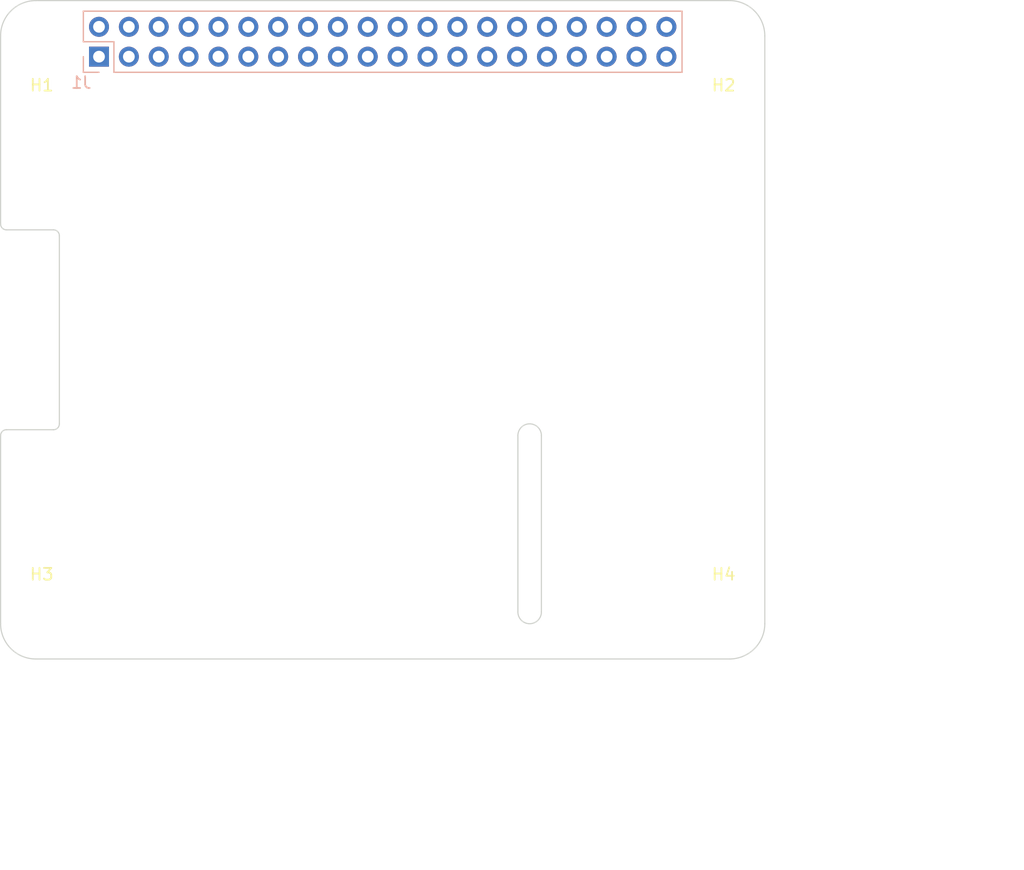
<source format=kicad_pcb>
(kicad_pcb (version 20171130) (host pcbnew "(5.1.6)-1")

  (general
    (thickness 1.6)
    (drawings 39)
    (tracks 0)
    (zones 0)
    (modules 5)
    (nets 4)
  )

  (page A3)
  (title_block
    (date "15 nov 2012")
  )

  (layers
    (0 F.Cu signal)
    (31 B.Cu signal)
    (32 B.Adhes user)
    (33 F.Adhes user)
    (34 B.Paste user)
    (35 F.Paste user)
    (36 B.SilkS user)
    (37 F.SilkS user)
    (38 B.Mask user)
    (39 F.Mask user)
    (40 Dwgs.User user)
    (41 Cmts.User user)
    (42 Eco1.User user)
    (43 Eco2.User user)
    (44 Edge.Cuts user)
  )

  (setup
    (last_trace_width 0.2)
    (trace_clearance 0.2)
    (zone_clearance 0.508)
    (zone_45_only no)
    (trace_min 0.1524)
    (via_size 0.9)
    (via_drill 0.6)
    (via_min_size 0.8)
    (via_min_drill 0.5)
    (uvia_size 0.5)
    (uvia_drill 0.1)
    (uvias_allowed no)
    (uvia_min_size 0.5)
    (uvia_min_drill 0.1)
    (edge_width 0.1)
    (segment_width 0.1)
    (pcb_text_width 0.3)
    (pcb_text_size 1 1)
    (mod_edge_width 0.15)
    (mod_text_size 1 1)
    (mod_text_width 0.15)
    (pad_size 2.5 2.5)
    (pad_drill 2.5)
    (pad_to_mask_clearance 0)
    (aux_axis_origin 200 150)
    (grid_origin 200 150)
    (visible_elements 7FFFFFFF)
    (pcbplotparams
      (layerselection 0x00030_80000001)
      (usegerberextensions true)
      (usegerberattributes false)
      (usegerberadvancedattributes false)
      (creategerberjobfile false)
      (excludeedgelayer true)
      (linewidth 0.150000)
      (plotframeref false)
      (viasonmask false)
      (mode 1)
      (useauxorigin false)
      (hpglpennumber 1)
      (hpglpenspeed 20)
      (hpglpendiameter 15.000000)
      (psnegative false)
      (psa4output false)
      (plotreference true)
      (plotvalue true)
      (plotinvisibletext false)
      (padsonsilk false)
      (subtractmaskfromsilk false)
      (outputformat 1)
      (mirror false)
      (drillshape 1)
      (scaleselection 1)
      (outputdirectory ""))
  )

  (net 0 "")
  (net 1 +3V3)
  (net 2 +5V)
  (net 3 GND)

  (net_class Default "This is the default net class."
    (clearance 0.2)
    (trace_width 0.2)
    (via_dia 0.9)
    (via_drill 0.6)
    (uvia_dia 0.5)
    (uvia_drill 0.1)
    (add_net +3V3)
    (add_net +5V)
    (add_net GND)
  )

  (net_class Power ""
    (clearance 0.2)
    (trace_width 0.5)
    (via_dia 1)
    (via_drill 0.7)
    (uvia_dia 0.5)
    (uvia_drill 0.1)
  )

  (module Connector_PinSocket_2.54mm:PinSocket_2x20_P2.54mm_Vertical (layer B.Cu) (tedit 5A19A433) (tstamp 5A793E9F)
    (at 208.37 98.77 270)
    (descr "Through hole straight socket strip, 2x20, 2.54mm pitch, double cols (from Kicad 4.0.7), script generated")
    (tags "Through hole socket strip THT 2x20 2.54mm double row")
    (path /59AD464A)
    (fp_text reference J1 (at 2.208 1.512) (layer B.SilkS)
      (effects (font (size 1 1) (thickness 0.15)) (justify mirror))
    )
    (fp_text value Conn_02x20_Odd_Even (at -1.27 -51.03 270) (layer B.Fab)
      (effects (font (size 1 1) (thickness 0.15)) (justify mirror))
    )
    (fp_line (start -3.81 1.27) (end 0.27 1.27) (layer B.Fab) (width 0.1))
    (fp_line (start 0.27 1.27) (end 1.27 0.27) (layer B.Fab) (width 0.1))
    (fp_line (start 1.27 0.27) (end 1.27 -49.53) (layer B.Fab) (width 0.1))
    (fp_line (start 1.27 -49.53) (end -3.81 -49.53) (layer B.Fab) (width 0.1))
    (fp_line (start -3.81 -49.53) (end -3.81 1.27) (layer B.Fab) (width 0.1))
    (fp_line (start -3.87 1.33) (end -1.27 1.33) (layer B.SilkS) (width 0.12))
    (fp_line (start -3.87 1.33) (end -3.87 -49.59) (layer B.SilkS) (width 0.12))
    (fp_line (start -3.87 -49.59) (end 1.33 -49.59) (layer B.SilkS) (width 0.12))
    (fp_line (start 1.33 -1.27) (end 1.33 -49.59) (layer B.SilkS) (width 0.12))
    (fp_line (start -1.27 -1.27) (end 1.33 -1.27) (layer B.SilkS) (width 0.12))
    (fp_line (start -1.27 1.33) (end -1.27 -1.27) (layer B.SilkS) (width 0.12))
    (fp_line (start 1.33 1.33) (end 1.33 0) (layer B.SilkS) (width 0.12))
    (fp_line (start 0 1.33) (end 1.33 1.33) (layer B.SilkS) (width 0.12))
    (fp_line (start -4.34 1.8) (end 1.76 1.8) (layer B.CrtYd) (width 0.05))
    (fp_line (start 1.76 1.8) (end 1.76 -50) (layer B.CrtYd) (width 0.05))
    (fp_line (start 1.76 -50) (end -4.34 -50) (layer B.CrtYd) (width 0.05))
    (fp_line (start -4.34 -50) (end -4.34 1.8) (layer B.CrtYd) (width 0.05))
    (fp_text user %R (at -1.27 -24.13 180) (layer B.Fab)
      (effects (font (size 1 1) (thickness 0.15)) (justify mirror))
    )
    (pad 40 thru_hole oval (at -2.54 -48.26 270) (size 1.7 1.7) (drill 1) (layers *.Cu *.Mask))
    (pad 39 thru_hole oval (at 0 -48.26 270) (size 1.7 1.7) (drill 1) (layers *.Cu *.Mask)
      (net 3 GND))
    (pad 38 thru_hole oval (at -2.54 -45.72 270) (size 1.7 1.7) (drill 1) (layers *.Cu *.Mask))
    (pad 37 thru_hole oval (at 0 -45.72 270) (size 1.7 1.7) (drill 1) (layers *.Cu *.Mask))
    (pad 36 thru_hole oval (at -2.54 -43.18 270) (size 1.7 1.7) (drill 1) (layers *.Cu *.Mask))
    (pad 35 thru_hole oval (at 0 -43.18 270) (size 1.7 1.7) (drill 1) (layers *.Cu *.Mask))
    (pad 34 thru_hole oval (at -2.54 -40.64 270) (size 1.7 1.7) (drill 1) (layers *.Cu *.Mask)
      (net 3 GND))
    (pad 33 thru_hole oval (at 0 -40.64 270) (size 1.7 1.7) (drill 1) (layers *.Cu *.Mask))
    (pad 32 thru_hole oval (at -2.54 -38.1 270) (size 1.7 1.7) (drill 1) (layers *.Cu *.Mask))
    (pad 31 thru_hole oval (at 0 -38.1 270) (size 1.7 1.7) (drill 1) (layers *.Cu *.Mask))
    (pad 30 thru_hole oval (at -2.54 -35.56 270) (size 1.7 1.7) (drill 1) (layers *.Cu *.Mask)
      (net 3 GND))
    (pad 29 thru_hole oval (at 0 -35.56 270) (size 1.7 1.7) (drill 1) (layers *.Cu *.Mask))
    (pad 28 thru_hole oval (at -2.54 -33.02 270) (size 1.7 1.7) (drill 1) (layers *.Cu *.Mask))
    (pad 27 thru_hole oval (at 0 -33.02 270) (size 1.7 1.7) (drill 1) (layers *.Cu *.Mask))
    (pad 26 thru_hole oval (at -2.54 -30.48 270) (size 1.7 1.7) (drill 1) (layers *.Cu *.Mask))
    (pad 25 thru_hole oval (at 0 -30.48 270) (size 1.7 1.7) (drill 1) (layers *.Cu *.Mask)
      (net 3 GND))
    (pad 24 thru_hole oval (at -2.54 -27.94 270) (size 1.7 1.7) (drill 1) (layers *.Cu *.Mask))
    (pad 23 thru_hole oval (at 0 -27.94 270) (size 1.7 1.7) (drill 1) (layers *.Cu *.Mask))
    (pad 22 thru_hole oval (at -2.54 -25.4 270) (size 1.7 1.7) (drill 1) (layers *.Cu *.Mask))
    (pad 21 thru_hole oval (at 0 -25.4 270) (size 1.7 1.7) (drill 1) (layers *.Cu *.Mask))
    (pad 20 thru_hole oval (at -2.54 -22.86 270) (size 1.7 1.7) (drill 1) (layers *.Cu *.Mask)
      (net 3 GND))
    (pad 19 thru_hole oval (at 0 -22.86 270) (size 1.7 1.7) (drill 1) (layers *.Cu *.Mask))
    (pad 18 thru_hole oval (at -2.54 -20.32 270) (size 1.7 1.7) (drill 1) (layers *.Cu *.Mask))
    (pad 17 thru_hole oval (at 0 -20.32 270) (size 1.7 1.7) (drill 1) (layers *.Cu *.Mask)
      (net 1 +3V3))
    (pad 16 thru_hole oval (at -2.54 -17.78 270) (size 1.7 1.7) (drill 1) (layers *.Cu *.Mask))
    (pad 15 thru_hole oval (at 0 -17.78 270) (size 1.7 1.7) (drill 1) (layers *.Cu *.Mask))
    (pad 14 thru_hole oval (at -2.54 -15.24 270) (size 1.7 1.7) (drill 1) (layers *.Cu *.Mask)
      (net 3 GND))
    (pad 13 thru_hole oval (at 0 -15.24 270) (size 1.7 1.7) (drill 1) (layers *.Cu *.Mask))
    (pad 12 thru_hole oval (at -2.54 -12.7 270) (size 1.7 1.7) (drill 1) (layers *.Cu *.Mask))
    (pad 11 thru_hole oval (at 0 -12.7 270) (size 1.7 1.7) (drill 1) (layers *.Cu *.Mask))
    (pad 10 thru_hole oval (at -2.54 -10.16 270) (size 1.7 1.7) (drill 1) (layers *.Cu *.Mask))
    (pad 9 thru_hole oval (at 0 -10.16 270) (size 1.7 1.7) (drill 1) (layers *.Cu *.Mask)
      (net 3 GND))
    (pad 8 thru_hole oval (at -2.54 -7.62 270) (size 1.7 1.7) (drill 1) (layers *.Cu *.Mask))
    (pad 7 thru_hole oval (at 0 -7.62 270) (size 1.7 1.7) (drill 1) (layers *.Cu *.Mask))
    (pad 6 thru_hole oval (at -2.54 -5.08 270) (size 1.7 1.7) (drill 1) (layers *.Cu *.Mask)
      (net 3 GND))
    (pad 5 thru_hole oval (at 0 -5.08 270) (size 1.7 1.7) (drill 1) (layers *.Cu *.Mask))
    (pad 4 thru_hole oval (at -2.54 -2.54 270) (size 1.7 1.7) (drill 1) (layers *.Cu *.Mask)
      (net 2 +5V))
    (pad 3 thru_hole oval (at 0 -2.54 270) (size 1.7 1.7) (drill 1) (layers *.Cu *.Mask))
    (pad 2 thru_hole oval (at -2.54 0 270) (size 1.7 1.7) (drill 1) (layers *.Cu *.Mask)
      (net 2 +5V))
    (pad 1 thru_hole rect (at 0 0 270) (size 1.7 1.7) (drill 1) (layers *.Cu *.Mask)
      (net 1 +3V3))
    (model ${KISYS3DMOD}/Connector_PinSocket_2.54mm.3dshapes/PinSocket_2x20_P2.54mm_Vertical.wrl
      (at (xyz 0 0 0))
      (scale (xyz 1 1 1))
      (rotate (xyz 0 0 0))
    )
  )

  (module MountingHole:MountingHole_2.7mm_M2.5 (layer F.Cu) (tedit 56D1B4CB) (tstamp 5A793E98)
    (at 261.5 146.5)
    (descr "Mounting Hole 2.7mm, no annular, M2.5")
    (tags "mounting hole 2.7mm no annular m2.5")
    (path /5834FC4F)
    (attr virtual)
    (fp_text reference H4 (at 0 -3.7) (layer F.SilkS)
      (effects (font (size 1 1) (thickness 0.15)))
    )
    (fp_text value M2.5 (at 0 3.7) (layer F.Fab)
      (effects (font (size 1 1) (thickness 0.15)))
    )
    (fp_circle (center 0 0) (end 2.7 0) (layer Cmts.User) (width 0.15))
    (fp_circle (center 0 0) (end 2.95 0) (layer F.CrtYd) (width 0.05))
    (fp_text user %R (at 0.3 0) (layer F.Fab)
      (effects (font (size 1 1) (thickness 0.15)))
    )
    (pad 1 np_thru_hole circle (at 0 0) (size 2.7 2.7) (drill 2.7) (layers *.Cu *.Mask))
  )

  (module MountingHole:MountingHole_2.7mm_M2.5 (layer F.Cu) (tedit 56D1B4CB) (tstamp 5A793E91)
    (at 203.5 146.5)
    (descr "Mounting Hole 2.7mm, no annular, M2.5")
    (tags "mounting hole 2.7mm no annular m2.5")
    (path /5834FBEF)
    (attr virtual)
    (fp_text reference H3 (at 0 -3.7) (layer F.SilkS)
      (effects (font (size 1 1) (thickness 0.15)))
    )
    (fp_text value M2.5 (at 0 3.7) (layer F.Fab)
      (effects (font (size 1 1) (thickness 0.15)))
    )
    (fp_circle (center 0 0) (end 2.7 0) (layer Cmts.User) (width 0.15))
    (fp_circle (center 0 0) (end 2.95 0) (layer F.CrtYd) (width 0.05))
    (fp_text user %R (at 0.3 0) (layer F.Fab)
      (effects (font (size 1 1) (thickness 0.15)))
    )
    (pad 1 np_thru_hole circle (at 0 0) (size 2.7 2.7) (drill 2.7) (layers *.Cu *.Mask))
  )

  (module MountingHole:MountingHole_2.7mm_M2.5 (layer F.Cu) (tedit 56D1B4CB) (tstamp 5A793E8A)
    (at 261.5 97.5 180)
    (descr "Mounting Hole 2.7mm, no annular, M2.5")
    (tags "mounting hole 2.7mm no annular m2.5")
    (path /5834FC19)
    (attr virtual)
    (fp_text reference H2 (at 0 -3.7 180) (layer F.SilkS)
      (effects (font (size 1 1) (thickness 0.15)))
    )
    (fp_text value M2.5 (at 0 3.7 180) (layer F.Fab)
      (effects (font (size 1 1) (thickness 0.15)))
    )
    (fp_circle (center 0 0) (end 2.7 0) (layer Cmts.User) (width 0.15))
    (fp_circle (center 0 0) (end 2.95 0) (layer F.CrtYd) (width 0.05))
    (fp_text user %R (at 0.3 0 180) (layer F.Fab)
      (effects (font (size 1 1) (thickness 0.15)))
    )
    (pad 1 np_thru_hole circle (at 0 0 180) (size 2.7 2.7) (drill 2.7) (layers *.Cu *.Mask))
  )

  (module MountingHole:MountingHole_2.7mm_M2.5 (layer F.Cu) (tedit 56D1B4CB) (tstamp 5A793E83)
    (at 203.5 97.5 180)
    (descr "Mounting Hole 2.7mm, no annular, M2.5")
    (tags "mounting hole 2.7mm no annular m2.5")
    (path /5834FB2E)
    (attr virtual)
    (fp_text reference H1 (at 0 -3.7 180) (layer F.SilkS)
      (effects (font (size 1 1) (thickness 0.15)))
    )
    (fp_text value M2.5 (at 0 3.7 180) (layer F.Fab)
      (effects (font (size 1 1) (thickness 0.15)))
    )
    (fp_circle (center 0 0) (end 2.7 0) (layer Cmts.User) (width 0.15))
    (fp_circle (center 0 0) (end 2.95 0) (layer F.CrtYd) (width 0.05))
    (fp_text user %R (at 0.3 0 180) (layer F.Fab)
      (effects (font (size 1 1) (thickness 0.15)))
    )
    (pad 1 np_thru_hole circle (at 0 0 180) (size 2.7 2.7) (drill 2.7) (layers *.Cu *.Mask))
  )

  (gr_line (start 244 146) (end 244 131) (layer Edge.Cuts) (width 0.1))
  (gr_line (start 246 131) (end 246 146) (layer Edge.Cuts) (width 0.1))
  (gr_arc (start 245 131) (end 244 131) (angle 180) (layer Edge.Cuts) (width 0.1))
  (gr_arc (start 245 146) (end 246 146) (angle 180) (layer Edge.Cuts) (width 0.1))
  (gr_arc (start 200.5 131) (end 200 131) (angle 89.9) (layer Edge.Cuts) (width 0.1))
  (gr_arc (start 204.5 130) (end 205 130) (angle 90) (layer Edge.Cuts) (width 0.1))
  (gr_arc (start 200.5 113) (end 200.5 113.5) (angle 90) (layer Edge.Cuts) (width 0.1))
  (gr_arc (start 204.5 114) (end 204.5 113.5) (angle 90) (layer Edge.Cuts) (width 0.1))
  (gr_line (start 200 113) (end 200 131) (layer Dwgs.User) (width 0.1))
  (gr_line (start 200 97) (end 200 113) (layer Edge.Cuts) (width 0.1))
  (gr_text DISPLAY (at 202.5 122 90) (layer Dwgs.User) (tstamp 580CBBFF)
    (effects (font (size 1 1) (thickness 0.15)))
  )
  (gr_text CAMERA (at 245 139 90) (layer Dwgs.User)
    (effects (font (size 1 1) (thickness 0.15)))
  )
  (gr_text RJ45 (at 276.2 139.84) (layer Dwgs.User) (tstamp 580CBBEB)
    (effects (font (size 2 2) (thickness 0.15)))
  )
  (gr_text USB (at 277.724 121.552) (layer Dwgs.User) (tstamp 580CBBE9)
    (effects (font (size 2 2) (thickness 0.15)))
  )
  (gr_text USB (at 278.232 102.248) (layer Dwgs.User)
    (effects (font (size 2 2) (thickness 0.15)))
  )
  (gr_arc (start 262 97) (end 262 94) (angle 90) (layer Edge.Cuts) (width 0.1))
  (gr_arc (start 262 147) (end 265 147) (angle 90) (layer Edge.Cuts) (width 0.1))
  (gr_arc (start 203 147) (end 203 150) (angle 90) (layer Edge.Cuts) (width 0.1))
  (gr_arc (start 203 97) (end 200 97) (angle 90) (layer Edge.Cuts) (width 0.1))
  (gr_line (start 269.9 114.45) (end 287 114.45) (layer Dwgs.User) (width 0.1))
  (gr_line (start 262 94) (end 203 94) (layer Edge.Cuts) (width 0.1))
  (gr_line (start 269.9 127.55) (end 269.9 114.45) (layer Dwgs.User) (width 0.1))
  (gr_line (start 287 127.55) (end 269.9 127.55) (layer Dwgs.User) (width 0.1))
  (gr_line (start 287 114.45) (end 287 127.55) (layer Dwgs.User) (width 0.1))
  (gr_line (start 204.5 130.5) (end 200.5 130.5) (layer Edge.Cuts) (width 0.1))
  (gr_line (start 205 114) (end 205 130) (layer Edge.Cuts) (width 0.1))
  (gr_line (start 200.5 113.5) (end 204.5 113.5) (layer Edge.Cuts) (width 0.1))
  (gr_line (start 266 147.675) (end 266 131.825) (layer Dwgs.User) (width 0.1))
  (gr_line (start 287 147.675) (end 266 147.675) (layer Dwgs.User) (width 0.1))
  (gr_line (start 287 131.825) (end 287 147.675) (layer Dwgs.User) (width 0.1))
  (gr_line (start 266 131.825) (end 287 131.825) (layer Dwgs.User) (width 0.1))
  (gr_line (start 265 147) (end 265 97) (layer Edge.Cuts) (width 0.1))
  (gr_line (start 203 150) (end 262 150) (layer Edge.Cuts) (width 0.1))
  (gr_line (start 200 131) (end 200 147) (layer Edge.Cuts) (width 0.1))
  (gr_line (start 269.9 109.455925) (end 269.9 96.355925) (layer Dwgs.User) (width 0.1))
  (gr_line (start 287 109.455925) (end 269.9 109.455925) (layer Dwgs.User) (width 0.1))
  (gr_line (start 287 96.355925) (end 287 109.455925) (layer Dwgs.User) (width 0.1))
  (gr_line (start 269.9 96.355925) (end 287 96.355925) (layer Dwgs.User) (width 0.1))
  (gr_text "RASPBERRY PI 40-PIN ADDON BOARD\nVIEW FROM TOP\nNOTE: J1 SHOULD BE FITTED ON THE REVERSE OF THE BOARD\n\nADD EDGE CUTS FROM CAMERA AND DISPLAY PORTS AS REQUIRED" (at 200 160.16) (layer Dwgs.User)
    (effects (font (size 2 1.7) (thickness 0.12)) (justify left))
  )

)

</source>
